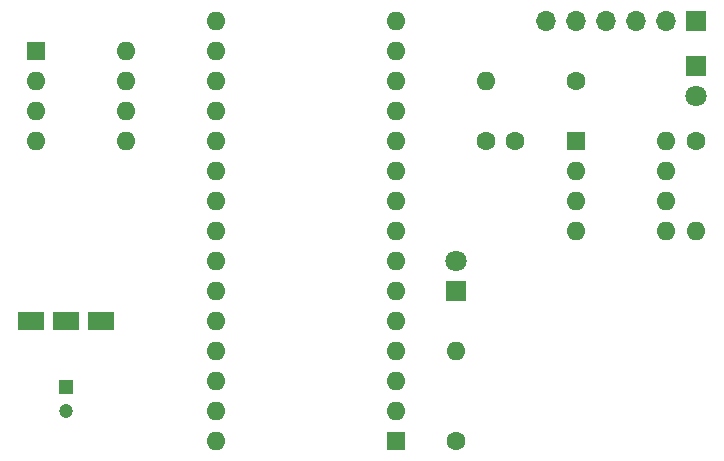
<source format=gbr>
%TF.GenerationSoftware,KiCad,Pcbnew,8.0.6*%
%TF.CreationDate,2024-11-17T16:56:22-06:00*%
%TF.ProjectId,attiny85 programmer,61747469-6e79-4383-9520-70726f677261,rev?*%
%TF.SameCoordinates,Original*%
%TF.FileFunction,Soldermask,Bot*%
%TF.FilePolarity,Negative*%
%FSLAX46Y46*%
G04 Gerber Fmt 4.6, Leading zero omitted, Abs format (unit mm)*
G04 Created by KiCad (PCBNEW 8.0.6) date 2024-11-17 16:56:22*
%MOMM*%
%LPD*%
G01*
G04 APERTURE LIST*
%ADD10R,1.600000X1.600000*%
%ADD11O,1.600000X1.600000*%
%ADD12R,1.200000X1.200000*%
%ADD13C,1.200000*%
%ADD14C,1.600000*%
%ADD15R,1.800000X1.800000*%
%ADD16C,1.800000*%
%ADD17R,1.700000X1.700000*%
%ADD18O,1.700000X1.700000*%
%ADD19R,2.250000X1.500000*%
G04 APERTURE END LIST*
D10*
%TO.C,REF\u002A\u002A*%
X121920000Y-86360000D03*
D11*
X121920000Y-88900000D03*
X121920000Y-91440000D03*
X121920000Y-93980000D03*
X129540000Y-93980000D03*
X129540000Y-91440000D03*
X129540000Y-88900000D03*
X129540000Y-86360000D03*
%TD*%
D12*
%TO.C,REF\u002A\u002A*%
X124460000Y-114840000D03*
D13*
X124460000Y-116840000D03*
%TD*%
D10*
%TO.C,REF\u002A\u002A*%
X167640000Y-93980000D03*
D11*
X167640000Y-96520000D03*
X167640000Y-99060000D03*
X167640000Y-101600000D03*
X175260000Y-101600000D03*
X175260000Y-99060000D03*
X175260000Y-96520000D03*
X175260000Y-93980000D03*
%TD*%
D14*
%TO.C,REF\u002A\u002A*%
X157480000Y-119380000D03*
D11*
X157480000Y-111760000D03*
%TD*%
D15*
%TO.C,REF\u002A\u002A*%
X177800000Y-87630000D03*
D16*
X177800000Y-90170000D03*
%TD*%
D14*
%TO.C,REF\u002A\u002A*%
X177800000Y-93980000D03*
D11*
X177800000Y-101600000D03*
%TD*%
D10*
%TO.C,REF\u002A\u002A*%
X152400000Y-119380000D03*
D11*
X152400000Y-116840000D03*
X152400000Y-114300000D03*
X152400000Y-111760000D03*
X152400000Y-109220000D03*
X152400000Y-106680000D03*
X152400000Y-104140000D03*
X152400000Y-101600000D03*
X152400000Y-99060000D03*
X152400000Y-96520000D03*
X152400000Y-93980000D03*
X152400000Y-91440000D03*
X152400000Y-88900000D03*
X152400000Y-86360000D03*
X152400000Y-83820000D03*
X137160000Y-83820000D03*
X137160000Y-86360000D03*
X137160000Y-88900000D03*
X137160000Y-91440000D03*
X137160000Y-93980000D03*
X137160000Y-96520000D03*
X137160000Y-99060000D03*
X137160000Y-101600000D03*
X137160000Y-104140000D03*
X137160000Y-106680000D03*
X137160000Y-109220000D03*
X137160000Y-111760000D03*
X137160000Y-114300000D03*
X137160000Y-116840000D03*
X137160000Y-119380000D03*
%TD*%
D17*
%TO.C,REF\u002A\u002A*%
X177800000Y-83820000D03*
D18*
X175260000Y-83820000D03*
X172720000Y-83820000D03*
X170180000Y-83820000D03*
X167640000Y-83820000D03*
X165100000Y-83820000D03*
%TD*%
D19*
%TO.C,REF\u002A\u002A*%
X121460000Y-109220000D03*
X124460000Y-109220000D03*
X127460000Y-109220000D03*
%TD*%
D14*
%TO.C,REF\u002A\u002A*%
X167640000Y-88900000D03*
D11*
X160020000Y-88900000D03*
%TD*%
D15*
%TO.C,REF\u002A\u002A*%
X157480000Y-106680000D03*
D16*
X157480000Y-104140000D03*
%TD*%
D14*
%TO.C,REF\u002A\u002A*%
X160020000Y-93980000D03*
X162520000Y-93980000D03*
%TD*%
M02*

</source>
